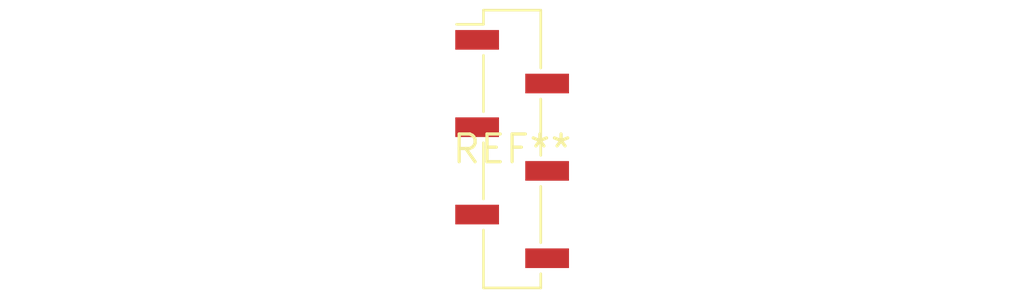
<source format=kicad_pcb>
(kicad_pcb (version 20240108) (generator pcbnew)
  (layers (0 "F.Cu" signal) (31 "B.Cu" signal) (34 "B.Paste" user) (35 "F.Paste" user) (36 "B.SilkS" user "B.Silkscreen") (37 "F.SilkS" user "F.Silkscreen") (38 "B.Mask" user) (39 "F.Mask" user) (44 "Edge.Cuts" user))
  (net 0 "")
  (footprint "PinSocket_1x06_P2.00mm_Vertical_SMD_Pin1Left" (layer "F.Cu") (at 0 0)
    (property "Reference" "REF**")
    (property "Value" "PinSocket_1x06_P2.00mm_Vertical_SMD_Pin1Left")
    (fp_line (start -2.54 -5.71) (end -1.31 -5.71) (layer "F.SilkS") (stroke (width 0.12)))
    (fp_line (start -1.31 -6.36) (end -1.31 -5.71) (layer "F.SilkS") (stroke (width 0.12)))
    (fp_line (start -1.31 -6.36) (end 1.31 -6.36) (layer "F.SilkS") (stroke (width 0.12)))
    (fp_line (start -1.31 -4.29) (end -1.31 -1.71) (layer "F.SilkS") (stroke (width 0.12)))
    (fp_line (start -1.31 -0.29) (end -1.31 2.29) (layer "F.SilkS") (stroke (width 0.12)))
    (fp_line (start -1.31 3.71) (end -1.31 6.36) (layer "F.SilkS") (stroke (width 0.12)))
    (fp_line (start -1.31 6.36) (end 1.31 6.36) (layer "F.SilkS") (stroke (width 0.12)))
    (fp_line (start 1.31 -6.36) (end 1.31 -3.71) (layer "F.SilkS") (stroke (width 0.12)))
    (fp_line (start 1.31 -2.29) (end 1.31 0.29) (layer "F.SilkS") (stroke (width 0.12)))
    (fp_line (start 1.31 1.71) (end 1.31 4.29) (layer "F.SilkS") (stroke (width 0.12)))
    (fp_line (start 1.31 5.71) (end 1.31 6.36) (layer "F.SilkS") (stroke (width 0.12)))
    (pad "1" smd rect (at -1.6 -5) (size 2 0.9) (layers "F.Cu" "F.Paste" "F.Mask"))
    (pad "2" smd rect (at 1.6 -3) (size 2 0.9) (layers "F.Cu" "F.Paste" "F.Mask"))
    (pad "3" smd rect (at -1.6 -1) (size 2 0.9) (layers "F.Cu" "F.Paste" "F.Mask"))
    (pad "4" smd rect (at 1.6 1) (size 2 0.9) (layers "F.Cu" "F.Paste" "F.Mask"))
    (pad "5" smd rect (at -1.6 3) (size 2 0.9) (layers "F.Cu" "F.Paste" "F.Mask"))
    (pad "6" smd rect (at 1.6 5) (size 2 0.9) (layers "F.Cu" "F.Paste" "F.Mask"))
  )
)
</source>
